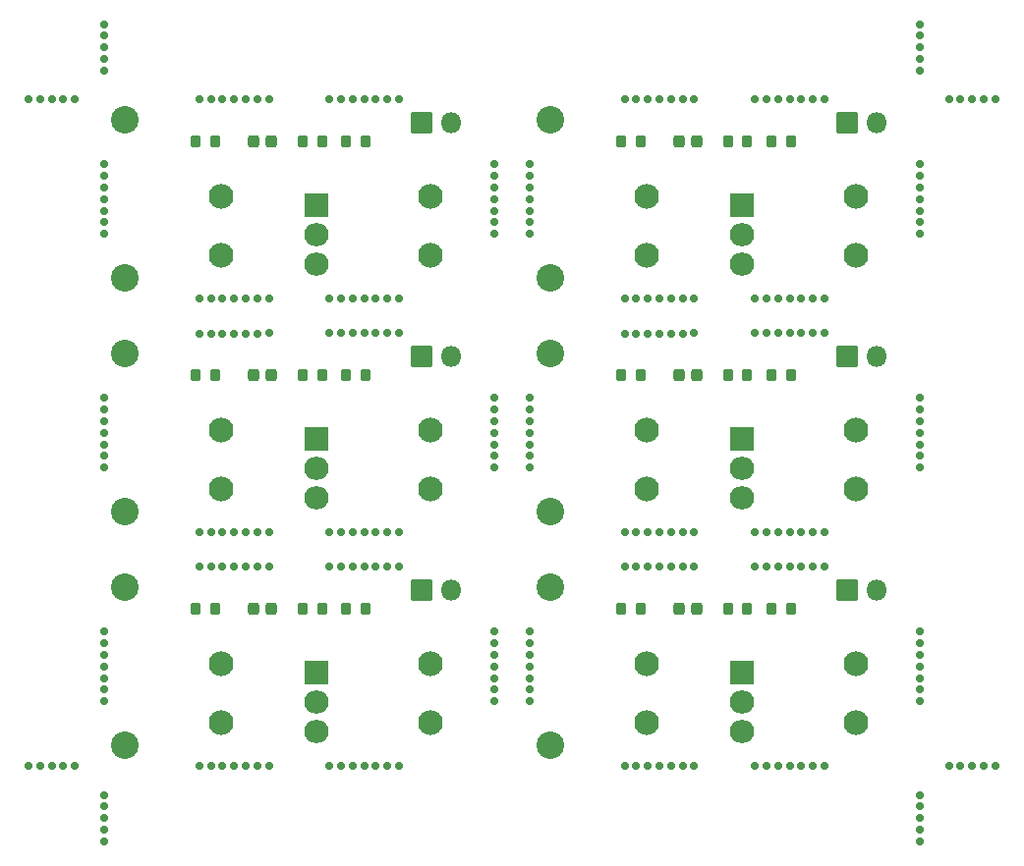
<source format=gts>
%TF.GenerationSoftware,KiCad,Pcbnew,(6.0.5)*%
%TF.CreationDate,2022-06-05T15:56:58-07:00*%
%TF.ProjectId,mosfet_chip_panel,6d6f7366-6574-45f6-9368-69705f70616e,rev?*%
%TF.SameCoordinates,Original*%
%TF.FileFunction,Soldermask,Top*%
%TF.FilePolarity,Negative*%
%FSLAX46Y46*%
G04 Gerber Fmt 4.6, Leading zero omitted, Abs format (unit mm)*
G04 Created by KiCad (PCBNEW (6.0.5)) date 2022-06-05 15:56:58*
%MOMM*%
%LPD*%
G01*
G04 APERTURE LIST*
G04 Aperture macros list*
%AMRoundRect*
0 Rectangle with rounded corners*
0 $1 Rounding radius*
0 $2 $3 $4 $5 $6 $7 $8 $9 X,Y pos of 4 corners*
0 Add a 4 corners polygon primitive as box body*
4,1,4,$2,$3,$4,$5,$6,$7,$8,$9,$2,$3,0*
0 Add four circle primitives for the rounded corners*
1,1,$1+$1,$2,$3*
1,1,$1+$1,$4,$5*
1,1,$1+$1,$6,$7*
1,1,$1+$1,$8,$9*
0 Add four rect primitives between the rounded corners*
20,1,$1+$1,$2,$3,$4,$5,0*
20,1,$1+$1,$4,$5,$6,$7,0*
20,1,$1+$1,$6,$7,$8,$9,0*
20,1,$1+$1,$8,$9,$2,$3,0*%
G04 Aperture macros list end*
%ADD10C,0.700000*%
%ADD11RoundRect,0.268750X-0.218750X-0.256250X0.218750X-0.256250X0.218750X0.256250X-0.218750X0.256250X0*%
%ADD12C,2.132000*%
%ADD13C,2.386000*%
%ADD14RoundRect,0.250000X0.200000X0.275000X-0.200000X0.275000X-0.200000X-0.275000X0.200000X-0.275000X0*%
%ADD15RoundRect,0.050000X0.850000X-0.850000X0.850000X0.850000X-0.850000X0.850000X-0.850000X-0.850000X0*%
%ADD16O,1.800000X1.800000*%
%ADD17RoundRect,0.250000X-0.200000X-0.275000X0.200000X-0.275000X0.200000X0.275000X-0.200000X0.275000X0*%
%ADD18RoundRect,0.050000X-1.000000X0.952500X-1.000000X-0.952500X1.000000X-0.952500X1.000000X0.952500X0*%
%ADD19O,2.100000X2.005000*%
G04 APERTURE END LIST*
D10*
X22000000Y-15500000D03*
X22002801Y-71879999D03*
X22001895Y-28580000D03*
X84084999Y-62303802D03*
D11*
X34867500Y-45755000D03*
X36442500Y-45755000D03*
D10*
X35216666Y-59303045D03*
D12*
X68750012Y-50514990D03*
X68750012Y-55594990D03*
D10*
X15500000Y-79460000D03*
X66865000Y-42158801D03*
X32216666Y-59303499D03*
X34216666Y-79456803D03*
X22000000Y-19500000D03*
X79085000Y-62303046D03*
X84084999Y-39158801D03*
X58648104Y-68880000D03*
X67865000Y-62301349D03*
X58647499Y-50730000D03*
X47433333Y-59301197D03*
X66865000Y-62301198D03*
X79085000Y-42156953D03*
X67865000Y-39156348D03*
D12*
X50149988Y-35405010D03*
X50149988Y-30325010D03*
D13*
X23800002Y-57554998D03*
D10*
X92305000Y-82960000D03*
X36216666Y-62302104D03*
X31216666Y-42158651D03*
D11*
X71517500Y-65905000D03*
X73092500Y-65905000D03*
D10*
X55646594Y-67880000D03*
X55648406Y-33579999D03*
X55646592Y-47730000D03*
X22001593Y-27580000D03*
X79085000Y-22003046D03*
X92305000Y-16500000D03*
X55646896Y-28580000D03*
X82084999Y-59301500D03*
X58648406Y-27580000D03*
X81085000Y-59301651D03*
X44433333Y-22003348D03*
X92305000Y-15500000D03*
X71864999Y-39156953D03*
X66865000Y-59303802D03*
X22003103Y-32579999D03*
X41433333Y-42157105D03*
X44433333Y-59301651D03*
X34216666Y-42158197D03*
X55646594Y-27580000D03*
X45433333Y-62303499D03*
X83084999Y-59301349D03*
X31216666Y-59303650D03*
X22002802Y-51729999D03*
D13*
X60450002Y-64054988D03*
D10*
X33216666Y-59303348D03*
X66865000Y-22001198D03*
X18500000Y-22000000D03*
X55646896Y-68880000D03*
X69865000Y-59303348D03*
D11*
X71517500Y-45755000D03*
X73092500Y-45755000D03*
D10*
X72864999Y-59302895D03*
X46433333Y-62303650D03*
X31216666Y-79456349D03*
D14*
X81170000Y-65905000D03*
X79520000Y-65905000D03*
D10*
X22003407Y-53729999D03*
D15*
X49375000Y-24005000D03*
D16*
X51915009Y-24005008D03*
D17*
X75780000Y-25605000D03*
X77430000Y-25605000D03*
D10*
X81085000Y-39158348D03*
X41433333Y-22002894D03*
X81085000Y-42156651D03*
D15*
X49375000Y-64305000D03*
D16*
X51915009Y-64305008D03*
D10*
X72864999Y-62302105D03*
X78085000Y-22002895D03*
X82084999Y-62303500D03*
X70864999Y-79456802D03*
X94805000Y-79460000D03*
X70864999Y-39156802D03*
X47433333Y-62303802D03*
X19500000Y-79460000D03*
X30216666Y-22001197D03*
D18*
X40300000Y-51255000D03*
D19*
X40299995Y-53794994D03*
X40299995Y-56334994D03*
D10*
X78085000Y-62302895D03*
X72864999Y-42157894D03*
X55647802Y-71879999D03*
X58646594Y-33579999D03*
X92301594Y-53729999D03*
X84084999Y-59301198D03*
D14*
X68230000Y-25605000D03*
X66580000Y-25605000D03*
D10*
X45433333Y-79458500D03*
X43433333Y-22003196D03*
X33216666Y-62301651D03*
X41433333Y-79457895D03*
D13*
X23800002Y-23754988D03*
D10*
X22003405Y-33579999D03*
X92305000Y-85960000D03*
X46433333Y-42156349D03*
X98805000Y-22000000D03*
D14*
X31580000Y-45755000D03*
X29930000Y-45755000D03*
D10*
X98805000Y-79460000D03*
D13*
X23800002Y-77704998D03*
D10*
X69865000Y-79456651D03*
X43433333Y-39158197D03*
X84084999Y-79458801D03*
X55647198Y-69880000D03*
X58648405Y-47730000D03*
X58646592Y-53729999D03*
D13*
X23800002Y-43904988D03*
D10*
X96805000Y-79460000D03*
X66865000Y-39156197D03*
X58647801Y-49730000D03*
X35216666Y-79456954D03*
X36216666Y-59302894D03*
X30216666Y-79456197D03*
D12*
X50149988Y-55555010D03*
X50149988Y-50475010D03*
D10*
X80085000Y-79458196D03*
X58647500Y-30580000D03*
X79085000Y-79458045D03*
X92301593Y-73879999D03*
X81085000Y-79458348D03*
X41433333Y-59302104D03*
X83084999Y-42156348D03*
X55647500Y-30580000D03*
X68865000Y-59303500D03*
X43433333Y-42156803D03*
D14*
X68230000Y-65905000D03*
X66580000Y-65905000D03*
D10*
X22001896Y-48730000D03*
D18*
X76950000Y-51255000D03*
D19*
X76949995Y-53794994D03*
X76949995Y-56334994D03*
D10*
X80085000Y-42156802D03*
X22002801Y-31579999D03*
D15*
X86025000Y-64305000D03*
D16*
X88565009Y-64305008D03*
D13*
X23800002Y-64054988D03*
D10*
X58648103Y-48730000D03*
X71864999Y-42158045D03*
X82084999Y-39158499D03*
X22002500Y-50730000D03*
X32216666Y-42158500D03*
X92301593Y-33579999D03*
X32216666Y-22001499D03*
X58647802Y-29580000D03*
X55646894Y-48730000D03*
X92302499Y-70880000D03*
D14*
X44520000Y-25605000D03*
X42870000Y-25605000D03*
D10*
X46433333Y-59301348D03*
X55647801Y-51729999D03*
X55648406Y-73879999D03*
D13*
X60450002Y-43904988D03*
D10*
X15500000Y-22000000D03*
X41433333Y-62302894D03*
X70864999Y-59303197D03*
X42433333Y-39158046D03*
X30216666Y-42158802D03*
X16500000Y-22000000D03*
D12*
X86799988Y-75705010D03*
X86799988Y-70625010D03*
D14*
X44520000Y-65905000D03*
X42870000Y-65905000D03*
D10*
X83084999Y-39158650D03*
X22002499Y-70880000D03*
X32216666Y-39156500D03*
X35216666Y-39156954D03*
D17*
X39130000Y-65905000D03*
X40780000Y-65905000D03*
D10*
X17500000Y-22000000D03*
X30216666Y-62301197D03*
X82084999Y-22003500D03*
X92305000Y-84960000D03*
D18*
X76950000Y-31105000D03*
D19*
X76949995Y-33644994D03*
X76949995Y-36184994D03*
D10*
X70864999Y-62301803D03*
X36216666Y-79457105D03*
X67865000Y-42158650D03*
X92303105Y-48730000D03*
X92302500Y-50730000D03*
X92303103Y-28580000D03*
X92305000Y-81960000D03*
X67865000Y-59303651D03*
X30216666Y-39156197D03*
X35216666Y-62301953D03*
X92303103Y-68880000D03*
X55648104Y-72879999D03*
X67865000Y-22001349D03*
D12*
X86799988Y-35405010D03*
X86799988Y-30325010D03*
D13*
X60450002Y-77704998D03*
D10*
X31216666Y-62301348D03*
X82084999Y-79458499D03*
D12*
X68750012Y-30364990D03*
X68750012Y-35444990D03*
D10*
X30216666Y-59303802D03*
X78085000Y-42157104D03*
X44433333Y-39158348D03*
X22003105Y-52729999D03*
X96805000Y-22000000D03*
X32216666Y-79456500D03*
X68865000Y-79456499D03*
X58647198Y-71879999D03*
X22003405Y-73879999D03*
X78085000Y-39157894D03*
X33216666Y-42158348D03*
X36216666Y-39157105D03*
X35216666Y-42158046D03*
X43433333Y-59301802D03*
X92302801Y-29580000D03*
D11*
X34867500Y-65905000D03*
X36442500Y-65905000D03*
D10*
X34216666Y-22001802D03*
X68865000Y-42158499D03*
X83084999Y-22003651D03*
X92302499Y-30580000D03*
D11*
X34867500Y-25605000D03*
X36442500Y-25605000D03*
D10*
X34216666Y-62301802D03*
X55647500Y-70880000D03*
X92302197Y-31579999D03*
X58647198Y-31579999D03*
D14*
X81170000Y-45755000D03*
X79520000Y-45755000D03*
D10*
X22002197Y-29580000D03*
X66865000Y-79456197D03*
X71864999Y-79456953D03*
X33216666Y-39156651D03*
X79085000Y-39158045D03*
X80085000Y-59301803D03*
D13*
X60450002Y-37404998D03*
D10*
X83084999Y-62303651D03*
D17*
X75780000Y-65905000D03*
X77430000Y-65905000D03*
D15*
X49375000Y-44155000D03*
D16*
X51915009Y-44155008D03*
D10*
X22000000Y-85960000D03*
X22000000Y-83960000D03*
D15*
X86025000Y-44155000D03*
D16*
X88565009Y-44155008D03*
D10*
X46433333Y-39158651D03*
X55647198Y-29580000D03*
X92303405Y-27580000D03*
D12*
X50149988Y-75705010D03*
X50149988Y-70625010D03*
D10*
X81085000Y-62303348D03*
X92303405Y-67880000D03*
X36216666Y-22002104D03*
X92302198Y-51729999D03*
X22000000Y-18500000D03*
X55648405Y-53729999D03*
X22003103Y-72879999D03*
X44433333Y-42156651D03*
X79085000Y-59301954D03*
X83084999Y-79458650D03*
D14*
X68230000Y-45755000D03*
X66580000Y-45755000D03*
D10*
X72864999Y-79457104D03*
X22002499Y-30580000D03*
X69865000Y-39156651D03*
D13*
X60450002Y-23754988D03*
D10*
X58648104Y-28580000D03*
X71864999Y-22001954D03*
X92305000Y-19500000D03*
D12*
X32100012Y-50514990D03*
X32100012Y-55594990D03*
D10*
X22002198Y-49730000D03*
X42433333Y-42156954D03*
X58647500Y-70880000D03*
X41433333Y-39157895D03*
X78085000Y-59302105D03*
X45433333Y-39158500D03*
X69865000Y-22001651D03*
X55647499Y-50730000D03*
D12*
X32100012Y-70664990D03*
X32100012Y-75744990D03*
D15*
X86025000Y-24005000D03*
D16*
X88565009Y-24005008D03*
D10*
X92303407Y-47730000D03*
X92301895Y-32579999D03*
X45433333Y-42156500D03*
X92305000Y-18500000D03*
D12*
X68750012Y-70664990D03*
X68750012Y-75744990D03*
D10*
X68865000Y-62301500D03*
X22000000Y-16500000D03*
X80085000Y-62303197D03*
X34216666Y-59303196D03*
X44433333Y-79458348D03*
X42433333Y-59301953D03*
X17500000Y-79460000D03*
X92305000Y-83960000D03*
X33216666Y-79456651D03*
X84084999Y-22003802D03*
X58647197Y-51729999D03*
D14*
X31580000Y-25605000D03*
X29930000Y-25605000D03*
D10*
X80085000Y-22003197D03*
X71864999Y-59303046D03*
X92302197Y-71879999D03*
X22000000Y-17500000D03*
X97805000Y-79460000D03*
X36216666Y-42157895D03*
X45433333Y-22003499D03*
X72864999Y-39157104D03*
X71864999Y-62301954D03*
X42433333Y-62303045D03*
X69865000Y-62301651D03*
X95805000Y-79460000D03*
X22000000Y-82960000D03*
X92305000Y-17500000D03*
X58646896Y-32579999D03*
X44433333Y-62303348D03*
X84084999Y-42156197D03*
X78085000Y-79457894D03*
D11*
X71517500Y-25605000D03*
X73092500Y-25605000D03*
D10*
X92302801Y-69880000D03*
X46433333Y-22003650D03*
X22001895Y-68880000D03*
X47433333Y-22003802D03*
X69865000Y-42158348D03*
X22002197Y-69880000D03*
X43433333Y-79458197D03*
X35216666Y-22001953D03*
D17*
X39130000Y-25605000D03*
X40780000Y-25605000D03*
D10*
X33216666Y-22001651D03*
X32216666Y-62301499D03*
X58646894Y-52729999D03*
X80085000Y-39158196D03*
X68865000Y-22001500D03*
D18*
X40300000Y-31105000D03*
D19*
X40299995Y-33644994D03*
X40299995Y-36184994D03*
D17*
X39130000Y-45755000D03*
X40780000Y-45755000D03*
D14*
X81170000Y-25605000D03*
X79520000Y-25605000D03*
D10*
X31216666Y-39156349D03*
X22000000Y-81960000D03*
X94805000Y-22000000D03*
X68865000Y-39156499D03*
X55647802Y-31579999D03*
X42433333Y-79458046D03*
X55647197Y-49730000D03*
X82084999Y-42156499D03*
D12*
X32100012Y-30364990D03*
X32100012Y-35444990D03*
D10*
X55648104Y-32579999D03*
X92301896Y-52729999D03*
X92301895Y-72879999D03*
D13*
X23800002Y-37404998D03*
D10*
X43433333Y-62303196D03*
D17*
X75780000Y-45755000D03*
X77430000Y-45755000D03*
D18*
X76950000Y-71405000D03*
D19*
X76949995Y-73944994D03*
X76949995Y-76484994D03*
D12*
X86799988Y-55555010D03*
X86799988Y-50475010D03*
D10*
X34216666Y-39156803D03*
X55648103Y-52729999D03*
D13*
X60450002Y-57554998D03*
D10*
X19500000Y-22000000D03*
D18*
X40300000Y-71405000D03*
D19*
X40299995Y-73944994D03*
X40299995Y-76484994D03*
D10*
X92302802Y-49730000D03*
X95805000Y-22000000D03*
X70864999Y-22001803D03*
X58648406Y-67880000D03*
D14*
X44520000Y-45755000D03*
X42870000Y-45755000D03*
D10*
X47433333Y-39158802D03*
X42433333Y-22003045D03*
X22001593Y-67880000D03*
X31216666Y-22001348D03*
X67865000Y-79456348D03*
X81085000Y-22003348D03*
X45433333Y-59301499D03*
X72864999Y-22002105D03*
X58646896Y-72879999D03*
D14*
X31580000Y-65905000D03*
X29930000Y-65905000D03*
D10*
X58647802Y-69880000D03*
X47433333Y-42156197D03*
X47433333Y-79458802D03*
X58646594Y-73879999D03*
X46433333Y-79458651D03*
X22000000Y-84960000D03*
X18500000Y-79460000D03*
X70864999Y-42158196D03*
X16500000Y-79460000D03*
X97805000Y-22000000D03*
X22001594Y-47730000D03*
M02*

</source>
